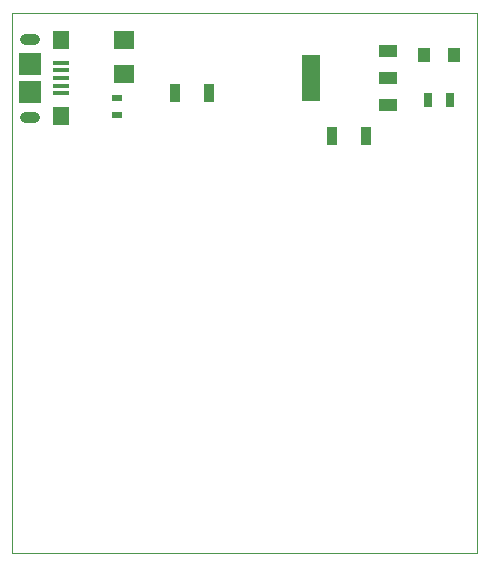
<source format=gtp>
G75*
%MOIN*%
%OFA0B0*%
%FSLAX25Y25*%
%IPPOS*%
%LPD*%
%AMOC8*
5,1,8,0,0,1.08239X$1,22.5*
%
%ADD10C,0.00000*%
%ADD11R,0.05315X0.01575*%
%ADD12R,0.05512X0.06299*%
%ADD13R,0.07480X0.07480*%
%ADD14C,0.03543*%
%ADD15R,0.05906X0.15748*%
%ADD16R,0.05906X0.03937*%
%ADD17R,0.07087X0.06299*%
%ADD18R,0.03543X0.02362*%
%ADD19R,0.04331X0.04921*%
%ADD20R,0.02756X0.05118*%
%ADD21R,0.03543X0.06299*%
D10*
X0001500Y0001500D02*
X0001500Y0181500D01*
X0156500Y0181500D01*
X0156500Y0001500D01*
X0001500Y0001500D01*
D11*
X0018000Y0154882D03*
X0018000Y0157441D03*
X0018000Y0160000D03*
X0018000Y0162559D03*
X0018000Y0165118D03*
D12*
X0018000Y0172598D03*
X0018000Y0147402D03*
D13*
X0007469Y0155276D03*
X0007469Y0164724D03*
D14*
X0008866Y0172992D02*
X0008866Y0172992D01*
X0006110Y0172992D01*
X0006110Y0172992D01*
X0008866Y0172992D01*
X0008866Y0147008D02*
X0008866Y0147008D01*
X0006110Y0147008D01*
X0006110Y0147008D01*
X0008866Y0147008D01*
D15*
X0101205Y0160000D03*
D16*
X0126795Y0160000D03*
X0126795Y0150945D03*
X0126795Y0169055D03*
D17*
X0039000Y0172512D03*
X0039000Y0161488D03*
D18*
X0036500Y0153453D03*
X0036500Y0147547D03*
D19*
X0139079Y0167500D03*
X0148921Y0167500D03*
D20*
X0147740Y0152500D03*
X0140260Y0152500D03*
D21*
X0119709Y0140500D03*
X0108291Y0140500D03*
X0067209Y0155000D03*
X0055791Y0155000D03*
M02*

</source>
